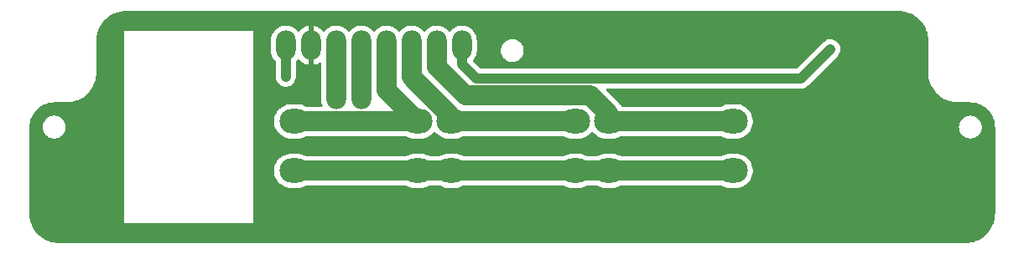
<source format=gbr>
%TF.GenerationSoftware,KiCad,Pcbnew,7.0.9*%
%TF.CreationDate,2023-12-11T16:57:09+09:00*%
%TF.ProjectId,IO_Board,494f5f42-6f61-4726-942e-6b696361645f,rev?*%
%TF.SameCoordinates,Original*%
%TF.FileFunction,Copper,L2,Bot*%
%TF.FilePolarity,Positive*%
%FSLAX46Y46*%
G04 Gerber Fmt 4.6, Leading zero omitted, Abs format (unit mm)*
G04 Created by KiCad (PCBNEW 7.0.9) date 2023-12-11 16:57:09*
%MOMM*%
%LPD*%
G01*
G04 APERTURE LIST*
%TA.AperFunction,SMDPad,CuDef*%
%ADD10O,2.000000X3.000000*%
%TD*%
%TA.AperFunction,ComponentPad*%
%ADD11O,3.000000X2.500000*%
%TD*%
%TA.AperFunction,ViaPad*%
%ADD12C,0.800000*%
%TD*%
%TA.AperFunction,Conductor*%
%ADD13C,2.000000*%
%TD*%
%TA.AperFunction,Conductor*%
%ADD14C,1.000000*%
%TD*%
G04 APERTURE END LIST*
D10*
%TO.P,SW4,*%
%TO.N,+3.3V*%
X134640000Y-83693000D03*
%TO.P,SW4,2*%
%TO.N,SWT_Start*%
X137140000Y-83693000D03*
%TD*%
%TO.P,J1,1,Pin_1*%
%TO.N,+5V*%
X129540000Y-78740000D03*
%TO.P,J1,2,Pin_2*%
%TO.N,GND*%
X132080000Y-78740000D03*
%TO.P,J1,3,Pin_3*%
%TO.N,+3.3V*%
X134620000Y-78740000D03*
%TO.P,J1,4,Pin_4*%
%TO.N,SWT_Start*%
X137160000Y-78740000D03*
%TO.P,J1,5,Pin_5*%
%TO.N,BTN_Left*%
X139700000Y-78740000D03*
%TO.P,J1,6,Pin_6*%
%TO.N,BTN_Run*%
X142240000Y-78740000D03*
%TO.P,J1,7,Pin_7*%
%TO.N,BTN_Right*%
X144780000Y-78740000D03*
%TO.P,J1,8,Pin_8*%
%TO.N,IND_PWM*%
X147320000Y-78740000D03*
%TD*%
D11*
%TO.P,SW3,1,1*%
%TO.N,+3.3V*%
X162179000Y-91440000D03*
X174679000Y-91440000D03*
%TO.P,SW3,2,2*%
%TO.N,BTN_Right*%
X174679000Y-86440000D03*
X162179000Y-86440000D03*
%TD*%
%TO.P,SW2,1,1*%
%TO.N,+3.3V*%
X146277000Y-91440000D03*
X158777000Y-91440000D03*
%TO.P,SW2,2,2*%
%TO.N,BTN_Run*%
X158777000Y-86440000D03*
X146277000Y-86440000D03*
%TD*%
%TO.P,SW1,1,1*%
%TO.N,+3.3V*%
X130375000Y-91440000D03*
X142875000Y-91440000D03*
%TO.P,SW1,2,2*%
%TO.N,BTN_Left*%
X142875000Y-86440000D03*
X130375000Y-86440000D03*
%TD*%
D12*
%TO.N,+3.3V*%
X134620000Y-81407000D03*
%TO.N,+5V*%
X129540000Y-80899000D03*
X129540000Y-81915000D03*
%TO.N,IND_PWM*%
X184531000Y-79121000D03*
%TD*%
D13*
%TO.N,SWT_Start*%
X137140000Y-83693000D02*
X137140000Y-78760000D01*
X137140000Y-78760000D02*
X137160000Y-78740000D01*
%TO.N,+3.3V*%
X134640000Y-83693000D02*
X134640000Y-81427000D01*
X134640000Y-81427000D02*
X134620000Y-81407000D01*
X134620000Y-78740000D02*
X134620000Y-81407000D01*
D14*
%TO.N,+5V*%
X129540000Y-80899000D02*
X129540000Y-78740000D01*
X129540000Y-81915000D02*
X129540000Y-80899000D01*
%TO.N,IND_PWM*%
X147320000Y-78740000D02*
X147320000Y-80645000D01*
X181532000Y-82120000D02*
X184531000Y-79121000D01*
X147320000Y-80645000D02*
X148795000Y-82120000D01*
X148795000Y-82120000D02*
X181532000Y-82120000D01*
D13*
%TO.N,+3.3V*%
X130375000Y-91440000D02*
X174679000Y-91440000D01*
%TO.N,BTN_Right*%
X162179000Y-86440000D02*
X162179000Y-85725000D01*
X162179000Y-85725000D02*
X160274000Y-83820000D01*
X144780000Y-80899000D02*
X144780000Y-78740000D01*
X160274000Y-83820000D02*
X147701000Y-83820000D01*
X147701000Y-83820000D02*
X144780000Y-80899000D01*
%TO.N,BTN_Run*%
X146277000Y-86440000D02*
X146277000Y-85952000D01*
X146277000Y-85952000D02*
X142240000Y-81915000D01*
X142240000Y-81915000D02*
X142240000Y-78740000D01*
%TO.N,BTN_Right*%
X174679000Y-86440000D02*
X162179000Y-86440000D01*
%TO.N,BTN_Run*%
X158777000Y-86440000D02*
X146277000Y-86440000D01*
%TO.N,BTN_Left*%
X142875000Y-86440000D02*
X139700000Y-83265000D01*
X139700000Y-83265000D02*
X139700000Y-78740000D01*
X130375000Y-86440000D02*
X142875000Y-86440000D01*
D14*
X139954000Y-78994000D02*
X139700000Y-78740000D01*
%TO.N,BTN_Right*%
X144780000Y-79240000D02*
X144780000Y-78740000D01*
%TD*%
%TA.AperFunction,Conductor*%
%TO.N,GND*%
G36*
X191401620Y-75255584D02*
G01*
X191533629Y-75262503D01*
X191717028Y-75272803D01*
X191723213Y-75273465D01*
X191875648Y-75297608D01*
X192038195Y-75325226D01*
X192043817Y-75326454D01*
X192196707Y-75367421D01*
X192351725Y-75412081D01*
X192356758Y-75413768D01*
X192506211Y-75471138D01*
X192654002Y-75532355D01*
X192658406Y-75534386D01*
X192801935Y-75607518D01*
X192941467Y-75684634D01*
X192945226Y-75686889D01*
X193080886Y-75774988D01*
X193170323Y-75838446D01*
X193210747Y-75867129D01*
X193213885Y-75869510D01*
X193338798Y-75970661D01*
X193341045Y-75972573D01*
X193458700Y-76077717D01*
X193461220Y-76080099D01*
X193574904Y-76193785D01*
X193577294Y-76196313D01*
X193682406Y-76313934D01*
X193684359Y-76316230D01*
X193785489Y-76441114D01*
X193787872Y-76444255D01*
X193880011Y-76574112D01*
X193968105Y-76709765D01*
X193970372Y-76713544D01*
X194047474Y-76853050D01*
X194120611Y-76996590D01*
X194122650Y-77001012D01*
X194183861Y-77148788D01*
X194241225Y-77298228D01*
X194242920Y-77303284D01*
X194287566Y-77458248D01*
X194328544Y-77611183D01*
X194329781Y-77616848D01*
X194357380Y-77779282D01*
X194381532Y-77931769D01*
X194382198Y-77937996D01*
X194392495Y-78121350D01*
X194399416Y-78253402D01*
X194399501Y-78256648D01*
X194399501Y-81509499D01*
X194399501Y-81509999D01*
X194399501Y-81667249D01*
X194401732Y-81688472D01*
X194432376Y-81980030D01*
X194497761Y-82287646D01*
X194497762Y-82287648D01*
X194589522Y-82570061D01*
X194594948Y-82586758D01*
X194680900Y-82779810D01*
X194722866Y-82874067D01*
X194722869Y-82874073D01*
X194880113Y-83146427D01*
X194880116Y-83146432D01*
X195064968Y-83400860D01*
X195064975Y-83400869D01*
X195164035Y-83510885D01*
X195275415Y-83634585D01*
X195391448Y-83739062D01*
X195509130Y-83845024D01*
X195509139Y-83845031D01*
X195763567Y-84029883D01*
X195763569Y-84029884D01*
X196035933Y-84187134D01*
X196323242Y-84315052D01*
X196622349Y-84412237D01*
X196622352Y-84412237D01*
X196622353Y-84412238D01*
X196664738Y-84421247D01*
X196929975Y-84477625D01*
X197242751Y-84510499D01*
X197399902Y-84510499D01*
X198648123Y-84510499D01*
X198651867Y-84510612D01*
X198668189Y-84511599D01*
X198748917Y-84516482D01*
X198956399Y-84530081D01*
X198963502Y-84530962D01*
X199099227Y-84555835D01*
X199265664Y-84588941D01*
X199271961Y-84590543D01*
X199402376Y-84631182D01*
X199411157Y-84633919D01*
X199430920Y-84640627D01*
X199565039Y-84686154D01*
X199570539Y-84688320D01*
X199706505Y-84749513D01*
X199849853Y-84820205D01*
X199854488Y-84822743D01*
X199926386Y-84866207D01*
X199982387Y-84900061D01*
X199984758Y-84901569D01*
X200115590Y-84988989D01*
X200119382Y-84991735D01*
X200237552Y-85084315D01*
X200240196Y-85086507D01*
X200358075Y-85189884D01*
X200361037Y-85192658D01*
X200467339Y-85298960D01*
X200470113Y-85301922D01*
X200573486Y-85419796D01*
X200575678Y-85422439D01*
X200668263Y-85540615D01*
X200671009Y-85544407D01*
X200758438Y-85675254D01*
X200759946Y-85677625D01*
X200813001Y-85765387D01*
X200833125Y-85798677D01*
X200837250Y-85805499D01*
X200839790Y-85810139D01*
X200839804Y-85810166D01*
X200910502Y-85953530D01*
X200971667Y-86089432D01*
X200973841Y-86094951D01*
X201026092Y-86248877D01*
X201069443Y-86387996D01*
X201071060Y-86394350D01*
X201104179Y-86560854D01*
X201129032Y-86696477D01*
X201129916Y-86703603D01*
X201143530Y-86911301D01*
X201149387Y-87008116D01*
X201149500Y-87011861D01*
X201149500Y-95763375D01*
X201149415Y-95766621D01*
X201142515Y-95898268D01*
X201132196Y-96082020D01*
X201131530Y-96088247D01*
X201107400Y-96240588D01*
X201079778Y-96403163D01*
X201078541Y-96408827D01*
X201037581Y-96561693D01*
X200992915Y-96716727D01*
X200991220Y-96721783D01*
X200933884Y-96871152D01*
X200872638Y-97019010D01*
X200870599Y-97023432D01*
X200797508Y-97166883D01*
X200720351Y-97306488D01*
X200718084Y-97310266D01*
X200630039Y-97445843D01*
X200537851Y-97575769D01*
X200535468Y-97578910D01*
X200434394Y-97703725D01*
X200432441Y-97706021D01*
X200327258Y-97823722D01*
X200324868Y-97826249D01*
X200211256Y-97939863D01*
X200208728Y-97942253D01*
X200091005Y-98047456D01*
X200088709Y-98049410D01*
X199963921Y-98150461D01*
X199960780Y-98152843D01*
X199830844Y-98245038D01*
X199695267Y-98333083D01*
X199691489Y-98335350D01*
X199551884Y-98412507D01*
X199408433Y-98485598D01*
X199404011Y-98487637D01*
X199256140Y-98548888D01*
X199106790Y-98606217D01*
X199101734Y-98607912D01*
X198946645Y-98652594D01*
X198793838Y-98693538D01*
X198788174Y-98694775D01*
X198625543Y-98722408D01*
X198473248Y-98746529D01*
X198467021Y-98747195D01*
X198283116Y-98757523D01*
X198151641Y-98764414D01*
X198148395Y-98764499D01*
X106651624Y-98764499D01*
X106648378Y-98764414D01*
X106516617Y-98757508D01*
X106332985Y-98747195D01*
X106326758Y-98746529D01*
X106174369Y-98722393D01*
X106011835Y-98694777D01*
X106006171Y-98693540D01*
X105853297Y-98652578D01*
X105698274Y-98607915D01*
X105693218Y-98606220D01*
X105543821Y-98548873D01*
X105396002Y-98487644D01*
X105391580Y-98485605D01*
X105248073Y-98412485D01*
X105164486Y-98366288D01*
X105108524Y-98335359D01*
X105104767Y-98333105D01*
X105051875Y-98298757D01*
X104969127Y-98245018D01*
X104839243Y-98152861D01*
X104836102Y-98150479D01*
X104711260Y-98049384D01*
X104708964Y-98047430D01*
X104591277Y-97942259D01*
X104588750Y-97939869D01*
X104475128Y-97826247D01*
X104472738Y-97823720D01*
X104367567Y-97706033D01*
X104365613Y-97703737D01*
X104264510Y-97578885D01*
X104262136Y-97575754D01*
X104169980Y-97445871D01*
X104137406Y-97395714D01*
X104081882Y-97310214D01*
X104079641Y-97306479D01*
X104002517Y-97166933D01*
X103983223Y-97129067D01*
X103929384Y-97023400D01*
X103927355Y-97019000D01*
X103866144Y-96871222D01*
X103808767Y-96721751D01*
X103808478Y-96720889D01*
X113237416Y-96720889D01*
X113237459Y-96745001D01*
X113237500Y-96745099D01*
X113237616Y-96745382D01*
X113237618Y-96745384D01*
X113237808Y-96745462D01*
X113238000Y-96745541D01*
X113238002Y-96745539D01*
X113262616Y-96745524D01*
X113262616Y-96745528D01*
X113262760Y-96745500D01*
X126213240Y-96745500D01*
X126213383Y-96745528D01*
X126213384Y-96745524D01*
X126237997Y-96745539D01*
X126238000Y-96745541D01*
X126238383Y-96745383D01*
X126238500Y-96745099D01*
X126238541Y-96745000D01*
X126238540Y-96744997D01*
X126238583Y-96720889D01*
X126238500Y-96720467D01*
X126238500Y-91571187D01*
X128374500Y-91571187D01*
X128394794Y-91705823D01*
X128413604Y-91830615D01*
X128413605Y-91830617D01*
X128413606Y-91830623D01*
X128490938Y-92081326D01*
X128604767Y-92317696D01*
X128604768Y-92317697D01*
X128604770Y-92317700D01*
X128604772Y-92317704D01*
X128752567Y-92534479D01*
X128931014Y-92726801D01*
X128931018Y-92726804D01*
X128931019Y-92726805D01*
X129136143Y-92890386D01*
X129363357Y-93021568D01*
X129607584Y-93117420D01*
X129863370Y-93175802D01*
X129863376Y-93175802D01*
X129863379Y-93175803D01*
X130059500Y-93190500D01*
X130059506Y-93190500D01*
X130690500Y-93190500D01*
X130886620Y-93175803D01*
X130886622Y-93175802D01*
X130886630Y-93175802D01*
X131142416Y-93117420D01*
X131386643Y-93021568D01*
X131498282Y-92957112D01*
X131560282Y-92940500D01*
X141689718Y-92940500D01*
X141751717Y-92957112D01*
X141863357Y-93021568D01*
X142107584Y-93117420D01*
X142363370Y-93175802D01*
X142363376Y-93175802D01*
X142363379Y-93175803D01*
X142559500Y-93190500D01*
X142559506Y-93190500D01*
X143190500Y-93190500D01*
X143386620Y-93175803D01*
X143386622Y-93175802D01*
X143386630Y-93175802D01*
X143642416Y-93117420D01*
X143886643Y-93021568D01*
X143998282Y-92957112D01*
X144060282Y-92940500D01*
X145091718Y-92940500D01*
X145153717Y-92957112D01*
X145265357Y-93021568D01*
X145509584Y-93117420D01*
X145765370Y-93175802D01*
X145765376Y-93175802D01*
X145765379Y-93175803D01*
X145961500Y-93190500D01*
X145961506Y-93190500D01*
X146592500Y-93190500D01*
X146788620Y-93175803D01*
X146788622Y-93175802D01*
X146788630Y-93175802D01*
X147044416Y-93117420D01*
X147288643Y-93021568D01*
X147400282Y-92957112D01*
X147462282Y-92940500D01*
X157591718Y-92940500D01*
X157653717Y-92957112D01*
X157765357Y-93021568D01*
X158009584Y-93117420D01*
X158265370Y-93175802D01*
X158265376Y-93175802D01*
X158265379Y-93175803D01*
X158461500Y-93190500D01*
X158461506Y-93190500D01*
X159092500Y-93190500D01*
X159288620Y-93175803D01*
X159288622Y-93175802D01*
X159288630Y-93175802D01*
X159544416Y-93117420D01*
X159788643Y-93021568D01*
X159900282Y-92957112D01*
X159962282Y-92940500D01*
X160993718Y-92940500D01*
X161055717Y-92957112D01*
X161167357Y-93021568D01*
X161411584Y-93117420D01*
X161667370Y-93175802D01*
X161667376Y-93175802D01*
X161667379Y-93175803D01*
X161863500Y-93190500D01*
X161863506Y-93190500D01*
X162494500Y-93190500D01*
X162690620Y-93175803D01*
X162690622Y-93175802D01*
X162690630Y-93175802D01*
X162946416Y-93117420D01*
X163190643Y-93021568D01*
X163302282Y-92957112D01*
X163364282Y-92940500D01*
X173493718Y-92940500D01*
X173555717Y-92957112D01*
X173667357Y-93021568D01*
X173911584Y-93117420D01*
X174167370Y-93175802D01*
X174167376Y-93175802D01*
X174167379Y-93175803D01*
X174363500Y-93190500D01*
X174363506Y-93190500D01*
X174994500Y-93190500D01*
X175190620Y-93175803D01*
X175190622Y-93175802D01*
X175190630Y-93175802D01*
X175446416Y-93117420D01*
X175690643Y-93021568D01*
X175917857Y-92890386D01*
X176122981Y-92726805D01*
X176301433Y-92534479D01*
X176449228Y-92317704D01*
X176563063Y-92081323D01*
X176640396Y-91830615D01*
X176679500Y-91571182D01*
X176679500Y-91308818D01*
X176640396Y-91049385D01*
X176563063Y-90798677D01*
X176551121Y-90773880D01*
X176449232Y-90562303D01*
X176449231Y-90562302D01*
X176449230Y-90562301D01*
X176449228Y-90562296D01*
X176301433Y-90345521D01*
X176291441Y-90334753D01*
X176122985Y-90153198D01*
X176083533Y-90121736D01*
X175917857Y-89989614D01*
X175690643Y-89858432D01*
X175446416Y-89762580D01*
X175446411Y-89762578D01*
X175446402Y-89762576D01*
X175228818Y-89712914D01*
X175190630Y-89704198D01*
X175190629Y-89704197D01*
X175190625Y-89704197D01*
X175190620Y-89704196D01*
X174994500Y-89689500D01*
X174994494Y-89689500D01*
X174363506Y-89689500D01*
X174363500Y-89689500D01*
X174167379Y-89704196D01*
X174167374Y-89704197D01*
X173911597Y-89762576D01*
X173911578Y-89762582D01*
X173667356Y-89858432D01*
X173555718Y-89922887D01*
X173493718Y-89939500D01*
X163364282Y-89939500D01*
X163302282Y-89922887D01*
X163190643Y-89858432D01*
X162946421Y-89762582D01*
X162946416Y-89762580D01*
X162946411Y-89762578D01*
X162946402Y-89762576D01*
X162728818Y-89712914D01*
X162690630Y-89704198D01*
X162690629Y-89704197D01*
X162690625Y-89704197D01*
X162690620Y-89704196D01*
X162494500Y-89689500D01*
X162494494Y-89689500D01*
X161863506Y-89689500D01*
X161863500Y-89689500D01*
X161667379Y-89704196D01*
X161667374Y-89704197D01*
X161411597Y-89762576D01*
X161411578Y-89762582D01*
X161167356Y-89858432D01*
X161055718Y-89922887D01*
X160993718Y-89939500D01*
X159962282Y-89939500D01*
X159900282Y-89922887D01*
X159788643Y-89858432D01*
X159544421Y-89762582D01*
X159544416Y-89762580D01*
X159544411Y-89762578D01*
X159544402Y-89762576D01*
X159326818Y-89712914D01*
X159288630Y-89704198D01*
X159288629Y-89704197D01*
X159288625Y-89704197D01*
X159288620Y-89704196D01*
X159092500Y-89689500D01*
X159092494Y-89689500D01*
X158461506Y-89689500D01*
X158461500Y-89689500D01*
X158265379Y-89704196D01*
X158265374Y-89704197D01*
X158009597Y-89762576D01*
X158009578Y-89762582D01*
X157765356Y-89858432D01*
X157653718Y-89922887D01*
X157591718Y-89939500D01*
X147462282Y-89939500D01*
X147400282Y-89922887D01*
X147288643Y-89858432D01*
X147044421Y-89762582D01*
X147044416Y-89762580D01*
X147044411Y-89762578D01*
X147044402Y-89762576D01*
X146826818Y-89712914D01*
X146788630Y-89704198D01*
X146788629Y-89704197D01*
X146788625Y-89704197D01*
X146788620Y-89704196D01*
X146592500Y-89689500D01*
X146592494Y-89689500D01*
X145961506Y-89689500D01*
X145961500Y-89689500D01*
X145765379Y-89704196D01*
X145765374Y-89704197D01*
X145509597Y-89762576D01*
X145509578Y-89762582D01*
X145265356Y-89858432D01*
X145153718Y-89922887D01*
X145091718Y-89939500D01*
X144060282Y-89939500D01*
X143998282Y-89922887D01*
X143886643Y-89858432D01*
X143642421Y-89762582D01*
X143642416Y-89762580D01*
X143642411Y-89762578D01*
X143642402Y-89762576D01*
X143424818Y-89712914D01*
X143386630Y-89704198D01*
X143386629Y-89704197D01*
X143386625Y-89704197D01*
X143386620Y-89704196D01*
X143190500Y-89689500D01*
X143190494Y-89689500D01*
X142559506Y-89689500D01*
X142559500Y-89689500D01*
X142363379Y-89704196D01*
X142363374Y-89704197D01*
X142107597Y-89762576D01*
X142107578Y-89762582D01*
X141863356Y-89858432D01*
X141751718Y-89922887D01*
X141689718Y-89939500D01*
X131560282Y-89939500D01*
X131498282Y-89922887D01*
X131386643Y-89858432D01*
X131142421Y-89762582D01*
X131142416Y-89762580D01*
X131142411Y-89762578D01*
X131142402Y-89762576D01*
X130924818Y-89712914D01*
X130886630Y-89704198D01*
X130886629Y-89704197D01*
X130886625Y-89704197D01*
X130886620Y-89704196D01*
X130690500Y-89689500D01*
X130690494Y-89689500D01*
X130059506Y-89689500D01*
X130059500Y-89689500D01*
X129863379Y-89704196D01*
X129863374Y-89704197D01*
X129607597Y-89762576D01*
X129607578Y-89762582D01*
X129363356Y-89858432D01*
X129136143Y-89989614D01*
X128931014Y-90153198D01*
X128752567Y-90345520D01*
X128604768Y-90562302D01*
X128604767Y-90562303D01*
X128490938Y-90798673D01*
X128413606Y-91049376D01*
X128413605Y-91049381D01*
X128413604Y-91049385D01*
X128398853Y-91147247D01*
X128374500Y-91308812D01*
X128374500Y-91571187D01*
X126238500Y-91571187D01*
X126238500Y-86571187D01*
X128374500Y-86571187D01*
X128393104Y-86694608D01*
X128413604Y-86830615D01*
X128413605Y-86830617D01*
X128413606Y-86830623D01*
X128490938Y-87081326D01*
X128604767Y-87317696D01*
X128604768Y-87317697D01*
X128604770Y-87317700D01*
X128604772Y-87317704D01*
X128729935Y-87501284D01*
X128752567Y-87534479D01*
X128931014Y-87726801D01*
X128931018Y-87726804D01*
X128931019Y-87726805D01*
X129136143Y-87890386D01*
X129363357Y-88021568D01*
X129607584Y-88117420D01*
X129863370Y-88175802D01*
X129863376Y-88175802D01*
X129863379Y-88175803D01*
X130059500Y-88190500D01*
X130059506Y-88190500D01*
X130690500Y-88190500D01*
X130886620Y-88175803D01*
X130886622Y-88175802D01*
X130886630Y-88175802D01*
X131142416Y-88117420D01*
X131386643Y-88021568D01*
X131498282Y-87957112D01*
X131560282Y-87940500D01*
X141689718Y-87940500D01*
X141751717Y-87957112D01*
X141863357Y-88021568D01*
X142107584Y-88117420D01*
X142363370Y-88175802D01*
X142363376Y-88175802D01*
X142363379Y-88175803D01*
X142559500Y-88190500D01*
X142559506Y-88190500D01*
X143190500Y-88190500D01*
X143386620Y-88175803D01*
X143386622Y-88175802D01*
X143386630Y-88175802D01*
X143642416Y-88117420D01*
X143886643Y-88021568D01*
X144113857Y-87890386D01*
X144318981Y-87726805D01*
X144327016Y-87718146D01*
X144422597Y-87615133D01*
X144485102Y-87547768D01*
X144545129Y-87512014D01*
X144614958Y-87514389D01*
X144666897Y-87547767D01*
X144726079Y-87611551D01*
X144833014Y-87726801D01*
X144833018Y-87726804D01*
X144833019Y-87726805D01*
X145038143Y-87890386D01*
X145265357Y-88021568D01*
X145509584Y-88117420D01*
X145765370Y-88175802D01*
X145765376Y-88175802D01*
X145765379Y-88175803D01*
X145961500Y-88190500D01*
X145961506Y-88190500D01*
X146592500Y-88190500D01*
X146788620Y-88175803D01*
X146788622Y-88175802D01*
X146788630Y-88175802D01*
X147044416Y-88117420D01*
X147288643Y-88021568D01*
X147400282Y-87957112D01*
X147462282Y-87940500D01*
X157591718Y-87940500D01*
X157653717Y-87957112D01*
X157765357Y-88021568D01*
X158009584Y-88117420D01*
X158265370Y-88175802D01*
X158265376Y-88175802D01*
X158265379Y-88175803D01*
X158461500Y-88190500D01*
X158461506Y-88190500D01*
X159092500Y-88190500D01*
X159288620Y-88175803D01*
X159288622Y-88175802D01*
X159288630Y-88175802D01*
X159544416Y-88117420D01*
X159788643Y-88021568D01*
X160015857Y-87890386D01*
X160220981Y-87726805D01*
X160229016Y-87718146D01*
X160324597Y-87615133D01*
X160387102Y-87547768D01*
X160447129Y-87512014D01*
X160516958Y-87514389D01*
X160568897Y-87547767D01*
X160628079Y-87611551D01*
X160735014Y-87726801D01*
X160735018Y-87726804D01*
X160735019Y-87726805D01*
X160940143Y-87890386D01*
X161167357Y-88021568D01*
X161411584Y-88117420D01*
X161667370Y-88175802D01*
X161667376Y-88175802D01*
X161667379Y-88175803D01*
X161863500Y-88190500D01*
X161863506Y-88190500D01*
X162494500Y-88190500D01*
X162690620Y-88175803D01*
X162690622Y-88175802D01*
X162690630Y-88175802D01*
X162946416Y-88117420D01*
X163190643Y-88021568D01*
X163302282Y-87957112D01*
X163364282Y-87940500D01*
X173493718Y-87940500D01*
X173555717Y-87957112D01*
X173667357Y-88021568D01*
X173911584Y-88117420D01*
X174167370Y-88175802D01*
X174167376Y-88175802D01*
X174167379Y-88175803D01*
X174363500Y-88190500D01*
X174363506Y-88190500D01*
X174994500Y-88190500D01*
X175190620Y-88175803D01*
X175190622Y-88175802D01*
X175190630Y-88175802D01*
X175446416Y-88117420D01*
X175690643Y-88021568D01*
X175917857Y-87890386D01*
X176122981Y-87726805D01*
X176131016Y-87718146D01*
X176223705Y-87618250D01*
X176301433Y-87534479D01*
X176449228Y-87317704D01*
X176454249Y-87307279D01*
X176495693Y-87221219D01*
X176563063Y-87081323D01*
X176585063Y-87010000D01*
X197494571Y-87010000D01*
X197502188Y-87092204D01*
X197502453Y-87097928D01*
X197502453Y-87116336D01*
X197505835Y-87134432D01*
X197506626Y-87140103D01*
X197514244Y-87222309D01*
X197514244Y-87222311D01*
X197536834Y-87301705D01*
X197538145Y-87307279D01*
X197541529Y-87325377D01*
X197541533Y-87325394D01*
X197548183Y-87342558D01*
X197550003Y-87347989D01*
X197568453Y-87412831D01*
X197572595Y-87427388D01*
X197609392Y-87501287D01*
X197611705Y-87506526D01*
X197618357Y-87523696D01*
X197628047Y-87539347D01*
X197630835Y-87544351D01*
X197667631Y-87618248D01*
X197667635Y-87618256D01*
X197717385Y-87684135D01*
X197720619Y-87688856D01*
X197730314Y-87704513D01*
X197730315Y-87704514D01*
X197730316Y-87704515D01*
X197742721Y-87718124D01*
X197746380Y-87722530D01*
X197796128Y-87788407D01*
X197857135Y-87844022D01*
X197861181Y-87848068D01*
X197866100Y-87853464D01*
X197873591Y-87861682D01*
X197882475Y-87868389D01*
X197888280Y-87872773D01*
X197892688Y-87876433D01*
X197907993Y-87890385D01*
X197953698Y-87932051D01*
X198023898Y-87975517D01*
X198028619Y-87978752D01*
X198043307Y-87989844D01*
X198059780Y-87998046D01*
X198064787Y-88000835D01*
X198126408Y-88038989D01*
X198134981Y-88044297D01*
X198211972Y-88074123D01*
X198217193Y-88076428D01*
X198233682Y-88084639D01*
X198233686Y-88084640D01*
X198251389Y-88089678D01*
X198256821Y-88091497D01*
X198333802Y-88121320D01*
X198414955Y-88136490D01*
X198420521Y-88137799D01*
X198438235Y-88142840D01*
X198456593Y-88144541D01*
X198462218Y-88145325D01*
X198536140Y-88159143D01*
X198543389Y-88160499D01*
X198625938Y-88160499D01*
X198631662Y-88160764D01*
X198649999Y-88162463D01*
X198650000Y-88162463D01*
X198650001Y-88162463D01*
X198668338Y-88160764D01*
X198674062Y-88160499D01*
X198756610Y-88160499D01*
X198837778Y-88145325D01*
X198843409Y-88144540D01*
X198861765Y-88142840D01*
X198879494Y-88137795D01*
X198885044Y-88136490D01*
X198966198Y-88121320D01*
X199043211Y-88091485D01*
X199048581Y-88089685D01*
X199066318Y-88084639D01*
X199082828Y-88076417D01*
X199088000Y-88074133D01*
X199165019Y-88044297D01*
X199235235Y-88000820D01*
X199240199Y-87998056D01*
X199256694Y-87989843D01*
X199271404Y-87978734D01*
X199276096Y-87975520D01*
X199346302Y-87932051D01*
X199407328Y-87876417D01*
X199411682Y-87872801D01*
X199426410Y-87861680D01*
X199438838Y-87848046D01*
X199442835Y-87844048D01*
X199503872Y-87788406D01*
X199553633Y-87722511D01*
X199557257Y-87718146D01*
X199569686Y-87704513D01*
X199579398Y-87688826D01*
X199582589Y-87684168D01*
X199632366Y-87618254D01*
X199669168Y-87544344D01*
X199671952Y-87539347D01*
X199681643Y-87523696D01*
X199688299Y-87506514D01*
X199690598Y-87501305D01*
X199727405Y-87427388D01*
X199750003Y-87347962D01*
X199751802Y-87342593D01*
X199758469Y-87325386D01*
X199761855Y-87307270D01*
X199763160Y-87301721D01*
X199785756Y-87222309D01*
X199793375Y-87140083D01*
X199794160Y-87134449D01*
X199797547Y-87116335D01*
X199798151Y-87090112D01*
X199798396Y-87085892D01*
X199805429Y-87009999D01*
X199798396Y-86934108D01*
X199798151Y-86929881D01*
X199797547Y-86903663D01*
X199794161Y-86885551D01*
X199793375Y-86879914D01*
X199785756Y-86797689D01*
X199763160Y-86718276D01*
X199761854Y-86712720D01*
X199758469Y-86694612D01*
X199758467Y-86694608D01*
X199758468Y-86694608D01*
X199751815Y-86677436D01*
X199749996Y-86672008D01*
X199727405Y-86592610D01*
X199690598Y-86518692D01*
X199688301Y-86513489D01*
X199681643Y-86496302D01*
X199671950Y-86480647D01*
X199669163Y-86475643D01*
X199637388Y-86411830D01*
X199632366Y-86401744D01*
X199626782Y-86394350D01*
X199582617Y-86335866D01*
X199579379Y-86331139D01*
X199569686Y-86315485D01*
X199557284Y-86301881D01*
X199553629Y-86297481D01*
X199503872Y-86231592D01*
X199503869Y-86231589D01*
X199442864Y-86175974D01*
X199438818Y-86171929D01*
X199426410Y-86158318D01*
X199426409Y-86158317D01*
X199426407Y-86158315D01*
X199411713Y-86147219D01*
X199407306Y-86143559D01*
X199346305Y-86087949D01*
X199346297Y-86087944D01*
X199284022Y-86049385D01*
X199276107Y-86044484D01*
X199271385Y-86041248D01*
X199256696Y-86030156D01*
X199256690Y-86030152D01*
X199240211Y-86021946D01*
X199235209Y-86019160D01*
X199202959Y-85999192D01*
X199165019Y-85975701D01*
X199165014Y-85975699D01*
X199165016Y-85975699D01*
X199088032Y-85945876D01*
X199082796Y-85943564D01*
X199066318Y-85935359D01*
X199066314Y-85935357D01*
X199048613Y-85930321D01*
X199043180Y-85928500D01*
X198966200Y-85898678D01*
X198966191Y-85898676D01*
X198885063Y-85883510D01*
X198879490Y-85882200D01*
X198861767Y-85877158D01*
X198843428Y-85875458D01*
X198837755Y-85874667D01*
X198773488Y-85862654D01*
X198756610Y-85859499D01*
X198674052Y-85859499D01*
X198668328Y-85859234D01*
X198650001Y-85857536D01*
X198649999Y-85857536D01*
X198631672Y-85859234D01*
X198625948Y-85859499D01*
X198543389Y-85859499D01*
X198462243Y-85874667D01*
X198456570Y-85875458D01*
X198438234Y-85877158D01*
X198438232Y-85877158D01*
X198420512Y-85882198D01*
X198414942Y-85883508D01*
X198333805Y-85898677D01*
X198333792Y-85898681D01*
X198256820Y-85928499D01*
X198251394Y-85930318D01*
X198233680Y-85935359D01*
X198233678Y-85935360D01*
X198217197Y-85943566D01*
X198211961Y-85945878D01*
X198134978Y-85975702D01*
X198064793Y-86019158D01*
X198059793Y-86021943D01*
X198043307Y-86030153D01*
X198043296Y-86030160D01*
X198028611Y-86041250D01*
X198023889Y-86044484D01*
X197953697Y-86087947D01*
X197953694Y-86087949D01*
X197892699Y-86143553D01*
X197888296Y-86147209D01*
X197873593Y-86158314D01*
X197873589Y-86158318D01*
X197861178Y-86171931D01*
X197857131Y-86175978D01*
X197796131Y-86231589D01*
X197796122Y-86231599D01*
X197746377Y-86297469D01*
X197742722Y-86301872D01*
X197730319Y-86315478D01*
X197730310Y-86315490D01*
X197720616Y-86331145D01*
X197717381Y-86335866D01*
X197667635Y-86401742D01*
X197630831Y-86475650D01*
X197628047Y-86480649D01*
X197618359Y-86496298D01*
X197618354Y-86496307D01*
X197611707Y-86513466D01*
X197609393Y-86518706D01*
X197572597Y-86592604D01*
X197550002Y-86672008D01*
X197548184Y-86677435D01*
X197541533Y-86694606D01*
X197541530Y-86694615D01*
X197538145Y-86712720D01*
X197536834Y-86718295D01*
X197514244Y-86797688D01*
X197506625Y-86879894D01*
X197505834Y-86885562D01*
X197502453Y-86903655D01*
X197502453Y-86922068D01*
X197502188Y-86927791D01*
X197494571Y-87009997D01*
X197494571Y-87010000D01*
X176585063Y-87010000D01*
X176640396Y-86830615D01*
X176679500Y-86571182D01*
X176679500Y-86308818D01*
X176640396Y-86049385D01*
X176563063Y-85798677D01*
X176522300Y-85714031D01*
X176449232Y-85562303D01*
X176449231Y-85562302D01*
X176449230Y-85562301D01*
X176449228Y-85562296D01*
X176301433Y-85345521D01*
X176202269Y-85238647D01*
X176122985Y-85153198D01*
X176039357Y-85086507D01*
X175917857Y-84989614D01*
X175690643Y-84858432D01*
X175446416Y-84762580D01*
X175446411Y-84762578D01*
X175446402Y-84762576D01*
X175206735Y-84707874D01*
X175190630Y-84704198D01*
X175190629Y-84704197D01*
X175190625Y-84704197D01*
X175190620Y-84704196D01*
X174994500Y-84689500D01*
X174994494Y-84689500D01*
X174363506Y-84689500D01*
X174363500Y-84689500D01*
X174167379Y-84704196D01*
X174167374Y-84704197D01*
X173911597Y-84762576D01*
X173911578Y-84762582D01*
X173667356Y-84858432D01*
X173631775Y-84878975D01*
X173561039Y-84919815D01*
X173555718Y-84922887D01*
X173493718Y-84939500D01*
X163528090Y-84939500D01*
X163461051Y-84919815D01*
X163421568Y-84878975D01*
X163414439Y-84867011D01*
X163404366Y-84850106D01*
X163386702Y-84829250D01*
X163382106Y-84823086D01*
X163367166Y-84800218D01*
X163367165Y-84800217D01*
X163367164Y-84800215D01*
X163303966Y-84731564D01*
X163283902Y-84707874D01*
X163280224Y-84704196D01*
X163261950Y-84685921D01*
X163198747Y-84617265D01*
X163198746Y-84617264D01*
X163198744Y-84617262D01*
X163177174Y-84600473D01*
X163171412Y-84595384D01*
X161908209Y-83332181D01*
X161874724Y-83270858D01*
X161879708Y-83201166D01*
X161921580Y-83145233D01*
X161987044Y-83120816D01*
X161995890Y-83120500D01*
X181519284Y-83120500D01*
X181608358Y-83122757D01*
X181608358Y-83122756D01*
X181608363Y-83122757D01*
X181668753Y-83111932D01*
X181673412Y-83111280D01*
X181715607Y-83106988D01*
X181734438Y-83105074D01*
X181767227Y-83094786D01*
X181774840Y-83092918D01*
X181808653Y-83086858D01*
X181865621Y-83064101D01*
X181870053Y-83062524D01*
X181928588Y-83044159D01*
X181958627Y-83027484D01*
X181965708Y-83024122D01*
X181997617Y-83011377D01*
X182048854Y-82977608D01*
X182052851Y-82975187D01*
X182106502Y-82945409D01*
X182132568Y-82923030D01*
X182138843Y-82918300D01*
X182152859Y-82909063D01*
X182167519Y-82899402D01*
X182210917Y-82856002D01*
X182214336Y-82852834D01*
X182260895Y-82812866D01*
X182281931Y-82785688D01*
X182287101Y-82779818D01*
X185274340Y-79792581D01*
X185370697Y-79674408D01*
X185464909Y-79494049D01*
X185520886Y-79298418D01*
X185536337Y-79095524D01*
X185529608Y-79042691D01*
X185510631Y-78893679D01*
X185510630Y-78893677D01*
X185510630Y-78893673D01*
X185444816Y-78701128D01*
X185412802Y-78646745D01*
X185341593Y-78525778D01*
X185341592Y-78525777D01*
X185341590Y-78525773D01*
X185205179Y-78374787D01*
X185148198Y-78332945D01*
X185041171Y-78254353D01*
X185041164Y-78254349D01*
X184856274Y-78169397D01*
X184856261Y-78169392D01*
X184658053Y-78123397D01*
X184454638Y-78118244D01*
X184454635Y-78118244D01*
X184254350Y-78154140D01*
X184254345Y-78154142D01*
X184065383Y-78229623D01*
X184065371Y-78229629D01*
X183895482Y-78341596D01*
X183895478Y-78341599D01*
X181153899Y-81083181D01*
X181092576Y-81116666D01*
X181066218Y-81119500D01*
X149260783Y-81119500D01*
X149193744Y-81099815D01*
X149173102Y-81083181D01*
X148470805Y-80380884D01*
X148437320Y-80319561D01*
X148442304Y-80249869D01*
X148467256Y-80209221D01*
X148508164Y-80164785D01*
X148644173Y-79956607D01*
X148744063Y-79728881D01*
X148805108Y-79487821D01*
X148806808Y-79467312D01*
X148820500Y-79302065D01*
X148820500Y-79255001D01*
X151244571Y-79255001D01*
X151252188Y-79337205D01*
X151252453Y-79342929D01*
X151252453Y-79361337D01*
X151255835Y-79379433D01*
X151256626Y-79385104D01*
X151264244Y-79467310D01*
X151264244Y-79467312D01*
X151286834Y-79546706D01*
X151288145Y-79552280D01*
X151291529Y-79570378D01*
X151291533Y-79570395D01*
X151298183Y-79587559D01*
X151300003Y-79592990D01*
X151318453Y-79657832D01*
X151322595Y-79672389D01*
X151359392Y-79746288D01*
X151361705Y-79751527D01*
X151368357Y-79768697D01*
X151378047Y-79784348D01*
X151380835Y-79789352D01*
X151417631Y-79863249D01*
X151417635Y-79863257D01*
X151467385Y-79929136D01*
X151470619Y-79933857D01*
X151480314Y-79949514D01*
X151480315Y-79949515D01*
X151480316Y-79949516D01*
X151492721Y-79963125D01*
X151496380Y-79967531D01*
X151546128Y-80033408D01*
X151607135Y-80089023D01*
X151611181Y-80093069D01*
X151616100Y-80098465D01*
X151623591Y-80106683D01*
X151632475Y-80113390D01*
X151638280Y-80117774D01*
X151642688Y-80121434D01*
X151661550Y-80138629D01*
X151703698Y-80177052D01*
X151773898Y-80220518D01*
X151778619Y-80223753D01*
X151793307Y-80234845D01*
X151809780Y-80243047D01*
X151814787Y-80245836D01*
X151814789Y-80245837D01*
X151884981Y-80289298D01*
X151961972Y-80319124D01*
X151967193Y-80321429D01*
X151983682Y-80329640D01*
X151983686Y-80329641D01*
X152001389Y-80334679D01*
X152006821Y-80336498D01*
X152083802Y-80366321D01*
X152164955Y-80381491D01*
X152170521Y-80382800D01*
X152188235Y-80387841D01*
X152206593Y-80389542D01*
X152212218Y-80390326D01*
X152286140Y-80404144D01*
X152293389Y-80405500D01*
X152375938Y-80405500D01*
X152381662Y-80405765D01*
X152399999Y-80407464D01*
X152400000Y-80407464D01*
X152400001Y-80407464D01*
X152418338Y-80405765D01*
X152424062Y-80405500D01*
X152506610Y-80405500D01*
X152587778Y-80390326D01*
X152593409Y-80389541D01*
X152611765Y-80387841D01*
X152629494Y-80382796D01*
X152635044Y-80381491D01*
X152716198Y-80366321D01*
X152793211Y-80336486D01*
X152798581Y-80334686D01*
X152816318Y-80329640D01*
X152832828Y-80321418D01*
X152838000Y-80319134D01*
X152915019Y-80289298D01*
X152985235Y-80245821D01*
X152990199Y-80243057D01*
X153006694Y-80234844D01*
X153021404Y-80223735D01*
X153026096Y-80220521D01*
X153096302Y-80177052D01*
X153157328Y-80121418D01*
X153161682Y-80117802D01*
X153176410Y-80106681D01*
X153188838Y-80093047D01*
X153192835Y-80089049D01*
X153253872Y-80033407D01*
X153303633Y-79967512D01*
X153307257Y-79963147D01*
X153319686Y-79949514D01*
X153329398Y-79933827D01*
X153332589Y-79929169D01*
X153382366Y-79863255D01*
X153419168Y-79789345D01*
X153421952Y-79784348D01*
X153431643Y-79768697D01*
X153438299Y-79751515D01*
X153440598Y-79746306D01*
X153477405Y-79672389D01*
X153500003Y-79592963D01*
X153501802Y-79587594D01*
X153508469Y-79570387D01*
X153511855Y-79552271D01*
X153513160Y-79546722D01*
X153535756Y-79467310D01*
X153543375Y-79385084D01*
X153544160Y-79379450D01*
X153547547Y-79361336D01*
X153548151Y-79335113D01*
X153548396Y-79330893D01*
X153555429Y-79255000D01*
X153548396Y-79179109D01*
X153548151Y-79174882D01*
X153547547Y-79148664D01*
X153544161Y-79130552D01*
X153543375Y-79124915D01*
X153535756Y-79042690D01*
X153513160Y-78963277D01*
X153511854Y-78957721D01*
X153508469Y-78939613D01*
X153508467Y-78939609D01*
X153508468Y-78939609D01*
X153501815Y-78922437D01*
X153499996Y-78917009D01*
X153477405Y-78837611D01*
X153440598Y-78763693D01*
X153438301Y-78758490D01*
X153431643Y-78741303D01*
X153421950Y-78725648D01*
X153419163Y-78720644D01*
X153409440Y-78701117D01*
X153382366Y-78646745D01*
X153332617Y-78580867D01*
X153329379Y-78576140D01*
X153319686Y-78560486D01*
X153307284Y-78546882D01*
X153303629Y-78542482D01*
X153253872Y-78476593D01*
X153253869Y-78476590D01*
X153192864Y-78420975D01*
X153188818Y-78416930D01*
X153176410Y-78403319D01*
X153176409Y-78403318D01*
X153176407Y-78403316D01*
X153161713Y-78392220D01*
X153157306Y-78388560D01*
X153096305Y-78332950D01*
X153096297Y-78332945D01*
X153026110Y-78289487D01*
X153021385Y-78286249D01*
X153006696Y-78275157D01*
X153006690Y-78275153D01*
X152990211Y-78266947D01*
X152985209Y-78264161D01*
X152952959Y-78244193D01*
X152915019Y-78220702D01*
X152915014Y-78220700D01*
X152915016Y-78220700D01*
X152838032Y-78190877D01*
X152832796Y-78188565D01*
X152816318Y-78180360D01*
X152816314Y-78180358D01*
X152798613Y-78175322D01*
X152793180Y-78173501D01*
X152716200Y-78143679D01*
X152716191Y-78143677D01*
X152635063Y-78128511D01*
X152629490Y-78127201D01*
X152611767Y-78122159D01*
X152593428Y-78120459D01*
X152587755Y-78119668D01*
X152523488Y-78107655D01*
X152506610Y-78104500D01*
X152424052Y-78104500D01*
X152418328Y-78104235D01*
X152400001Y-78102537D01*
X152399999Y-78102537D01*
X152381672Y-78104235D01*
X152375948Y-78104500D01*
X152293389Y-78104500D01*
X152212243Y-78119668D01*
X152206570Y-78120459D01*
X152188234Y-78122159D01*
X152188232Y-78122159D01*
X152170512Y-78127199D01*
X152164942Y-78128509D01*
X152083805Y-78143678D01*
X152083792Y-78143682D01*
X152006820Y-78173500D01*
X152001394Y-78175319D01*
X151983680Y-78180360D01*
X151983678Y-78180361D01*
X151967197Y-78188567D01*
X151961961Y-78190879D01*
X151884978Y-78220703D01*
X151814793Y-78264159D01*
X151809793Y-78266944D01*
X151793307Y-78275154D01*
X151793296Y-78275161D01*
X151778611Y-78286251D01*
X151773889Y-78289485D01*
X151703697Y-78332948D01*
X151703694Y-78332950D01*
X151642699Y-78388554D01*
X151638296Y-78392210D01*
X151623593Y-78403315D01*
X151623589Y-78403319D01*
X151611178Y-78416932D01*
X151607131Y-78420979D01*
X151546131Y-78476590D01*
X151546122Y-78476600D01*
X151496377Y-78542470D01*
X151492722Y-78546873D01*
X151480319Y-78560479D01*
X151480310Y-78560491D01*
X151470616Y-78576146D01*
X151467381Y-78580867D01*
X151417635Y-78646743D01*
X151380831Y-78720651D01*
X151378047Y-78725650D01*
X151368359Y-78741299D01*
X151368354Y-78741308D01*
X151361707Y-78758467D01*
X151359393Y-78763707D01*
X151322597Y-78837605D01*
X151300002Y-78917009D01*
X151298184Y-78922436D01*
X151291533Y-78939607D01*
X151291530Y-78939616D01*
X151288145Y-78957721D01*
X151286834Y-78963296D01*
X151264244Y-79042689D01*
X151256625Y-79124895D01*
X151255834Y-79130563D01*
X151252453Y-79148656D01*
X151252453Y-79167069D01*
X151252188Y-79172792D01*
X151244571Y-79254998D01*
X151244571Y-79255001D01*
X148820500Y-79255001D01*
X148820500Y-78177935D01*
X148820283Y-78175322D01*
X148805108Y-77992179D01*
X148789807Y-77931758D01*
X148744063Y-77751118D01*
X148644173Y-77523393D01*
X148508166Y-77315217D01*
X148443987Y-77245500D01*
X148339744Y-77132262D01*
X148143509Y-76979526D01*
X148143507Y-76979525D01*
X148143506Y-76979524D01*
X147924811Y-76861172D01*
X147924802Y-76861169D01*
X147689616Y-76780429D01*
X147444335Y-76739500D01*
X147195665Y-76739500D01*
X146950383Y-76780429D01*
X146715197Y-76861169D01*
X146715188Y-76861172D01*
X146496493Y-76979524D01*
X146300257Y-77132261D01*
X146141230Y-77305010D01*
X146081342Y-77341001D01*
X146011504Y-77338900D01*
X145958770Y-77305010D01*
X145903618Y-77245099D01*
X145799744Y-77132262D01*
X145603509Y-76979526D01*
X145603507Y-76979525D01*
X145603506Y-76979524D01*
X145384811Y-76861172D01*
X145384802Y-76861169D01*
X145149616Y-76780429D01*
X144904335Y-76739500D01*
X144655665Y-76739500D01*
X144410383Y-76780429D01*
X144175197Y-76861169D01*
X144175188Y-76861172D01*
X143956493Y-76979524D01*
X143760257Y-77132261D01*
X143601230Y-77305010D01*
X143541342Y-77341001D01*
X143471504Y-77338900D01*
X143418770Y-77305010D01*
X143363618Y-77245099D01*
X143259744Y-77132262D01*
X143063509Y-76979526D01*
X143063507Y-76979525D01*
X143063506Y-76979524D01*
X142844811Y-76861172D01*
X142844802Y-76861169D01*
X142609616Y-76780429D01*
X142364335Y-76739500D01*
X142115665Y-76739500D01*
X141870383Y-76780429D01*
X141635197Y-76861169D01*
X141635188Y-76861172D01*
X141416493Y-76979524D01*
X141220257Y-77132261D01*
X141061230Y-77305010D01*
X141001342Y-77341001D01*
X140931504Y-77338900D01*
X140878770Y-77305010D01*
X140823618Y-77245099D01*
X140719744Y-77132262D01*
X140523509Y-76979526D01*
X140523507Y-76979525D01*
X140523506Y-76979524D01*
X140304811Y-76861172D01*
X140304802Y-76861169D01*
X140069616Y-76780429D01*
X139824335Y-76739500D01*
X139575665Y-76739500D01*
X139330383Y-76780429D01*
X139095197Y-76861169D01*
X139095188Y-76861172D01*
X138876493Y-76979524D01*
X138680257Y-77132261D01*
X138521230Y-77305010D01*
X138461342Y-77341001D01*
X138391504Y-77338900D01*
X138338770Y-77305010D01*
X138283618Y-77245099D01*
X138179744Y-77132262D01*
X137983509Y-76979526D01*
X137983507Y-76979525D01*
X137983506Y-76979524D01*
X137764811Y-76861172D01*
X137764802Y-76861169D01*
X137529616Y-76780429D01*
X137284335Y-76739500D01*
X137035665Y-76739500D01*
X136790383Y-76780429D01*
X136555197Y-76861169D01*
X136555188Y-76861172D01*
X136336493Y-76979524D01*
X136140257Y-77132261D01*
X135981230Y-77305010D01*
X135921342Y-77341001D01*
X135851504Y-77338900D01*
X135798770Y-77305010D01*
X135743618Y-77245099D01*
X135639744Y-77132262D01*
X135443509Y-76979526D01*
X135443507Y-76979525D01*
X135443506Y-76979524D01*
X135224811Y-76861172D01*
X135224802Y-76861169D01*
X134989616Y-76780429D01*
X134744335Y-76739500D01*
X134495665Y-76739500D01*
X134250383Y-76780429D01*
X134015197Y-76861169D01*
X134015188Y-76861172D01*
X133796493Y-76979524D01*
X133600255Y-77132262D01*
X133600252Y-77132265D01*
X133440889Y-77305379D01*
X133381002Y-77341370D01*
X133311164Y-77339269D01*
X133258431Y-77305379D01*
X133099407Y-77132635D01*
X133099397Y-77132626D01*
X132903237Y-76979948D01*
X132903228Y-76979942D01*
X132684614Y-76861635D01*
X132684603Y-76861630D01*
X132449492Y-76780916D01*
X132330000Y-76760976D01*
X132330000Y-80719023D01*
X132449492Y-80699083D01*
X132684603Y-80618369D01*
X132684614Y-80618364D01*
X132903228Y-80500057D01*
X132903233Y-80500053D01*
X132919335Y-80487521D01*
X132984328Y-80461876D01*
X133052869Y-80475441D01*
X133103195Y-80523908D01*
X133119500Y-80585372D01*
X133119500Y-81309981D01*
X133119024Y-81317656D01*
X133115643Y-81344779D01*
X133119500Y-81438035D01*
X133119500Y-81469064D01*
X133122062Y-81499990D01*
X133125918Y-81593233D01*
X133131526Y-81619983D01*
X133132635Y-81627590D01*
X133134890Y-81654813D01*
X133134891Y-81654820D01*
X133134892Y-81654821D01*
X133135705Y-81658034D01*
X133139500Y-81688472D01*
X133139500Y-84255065D01*
X133154890Y-84440813D01*
X133154892Y-84440824D01*
X133215936Y-84681881D01*
X133252699Y-84765690D01*
X133261602Y-84834990D01*
X133231625Y-84898102D01*
X133172286Y-84934989D01*
X133139143Y-84939500D01*
X131560282Y-84939500D01*
X131498282Y-84922887D01*
X131492961Y-84919815D01*
X131386643Y-84858432D01*
X131142416Y-84762580D01*
X131142411Y-84762578D01*
X131142402Y-84762576D01*
X130902735Y-84707874D01*
X130886630Y-84704198D01*
X130886629Y-84704197D01*
X130886625Y-84704197D01*
X130886620Y-84704196D01*
X130690500Y-84689500D01*
X130690494Y-84689500D01*
X130059506Y-84689500D01*
X130059500Y-84689500D01*
X129863379Y-84704196D01*
X129863374Y-84704197D01*
X129607597Y-84762576D01*
X129607578Y-84762582D01*
X129363356Y-84858432D01*
X129136143Y-84989614D01*
X128931014Y-85153198D01*
X128752567Y-85345520D01*
X128604768Y-85562302D01*
X128604767Y-85562303D01*
X128490938Y-85798673D01*
X128413606Y-86049376D01*
X128413605Y-86049381D01*
X128413604Y-86049385D01*
X128407568Y-86089432D01*
X128374500Y-86308812D01*
X128374500Y-86571187D01*
X126238500Y-86571187D01*
X126238500Y-79302065D01*
X128039500Y-79302065D01*
X128054890Y-79487813D01*
X128054892Y-79487824D01*
X128115936Y-79728881D01*
X128215826Y-79956606D01*
X128351833Y-80164782D01*
X128363131Y-80177055D01*
X128506730Y-80333045D01*
X128537652Y-80395698D01*
X128539500Y-80417027D01*
X128539500Y-81965743D01*
X128554925Y-82117439D01*
X128615837Y-82311579D01*
X128615844Y-82311594D01*
X128714589Y-82489499D01*
X128714592Y-82489504D01*
X128847132Y-82643893D01*
X128847134Y-82643895D01*
X129008037Y-82768445D01*
X129008038Y-82768445D01*
X129008042Y-82768448D01*
X129190729Y-82858060D01*
X129387715Y-82909063D01*
X129590936Y-82919369D01*
X129792071Y-82888556D01*
X129982887Y-82817886D01*
X130155571Y-82710252D01*
X130303053Y-82570059D01*
X130419295Y-82403049D01*
X130499540Y-82216058D01*
X130540500Y-82016741D01*
X130540500Y-80848258D01*
X130540500Y-80417027D01*
X130560185Y-80349988D01*
X130573270Y-80333045D01*
X130613542Y-80289298D01*
X130719111Y-80174618D01*
X130778996Y-80138629D01*
X130848834Y-80140729D01*
X130901568Y-80174619D01*
X131060592Y-80347364D01*
X131060602Y-80347373D01*
X131256762Y-80500051D01*
X131256771Y-80500057D01*
X131475385Y-80618364D01*
X131475396Y-80618369D01*
X131710507Y-80699083D01*
X131829999Y-80719023D01*
X131830000Y-80719022D01*
X131830000Y-76760976D01*
X131829999Y-76760976D01*
X131710507Y-76780916D01*
X131475396Y-76861630D01*
X131475385Y-76861635D01*
X131256771Y-76979942D01*
X131256762Y-76979948D01*
X131060602Y-77132626D01*
X131060598Y-77132630D01*
X130901568Y-77305380D01*
X130841681Y-77341370D01*
X130771843Y-77339269D01*
X130719109Y-77305379D01*
X130559744Y-77132262D01*
X130363509Y-76979526D01*
X130363507Y-76979525D01*
X130363506Y-76979524D01*
X130144811Y-76861172D01*
X130144802Y-76861169D01*
X129909616Y-76780429D01*
X129664335Y-76739500D01*
X129415665Y-76739500D01*
X129170383Y-76780429D01*
X128935197Y-76861169D01*
X128935188Y-76861172D01*
X128716493Y-76979524D01*
X128520257Y-77132261D01*
X128351833Y-77315217D01*
X128215826Y-77523393D01*
X128115936Y-77751118D01*
X128054892Y-77992175D01*
X128054890Y-77992186D01*
X128042338Y-78143678D01*
X128040208Y-78169395D01*
X128039500Y-78177935D01*
X128039500Y-79302065D01*
X126238500Y-79302065D01*
X126238500Y-77269759D01*
X126238528Y-77269616D01*
X126238524Y-77269616D01*
X126238539Y-77245002D01*
X126238541Y-77245000D01*
X126238462Y-77244808D01*
X126238384Y-77244618D01*
X126238382Y-77244616D01*
X126238099Y-77244500D01*
X126238000Y-77244459D01*
X126213446Y-77244459D01*
X126213240Y-77244500D01*
X113262760Y-77244500D01*
X113262554Y-77244459D01*
X113238000Y-77244459D01*
X113237901Y-77244500D01*
X113237617Y-77244616D01*
X113237615Y-77244618D01*
X113237459Y-77244999D01*
X113237476Y-77269616D01*
X113237471Y-77269616D01*
X113237500Y-77269759D01*
X113237500Y-96720467D01*
X113237416Y-96720889D01*
X103808478Y-96720889D01*
X103807079Y-96716712D01*
X103786751Y-96646154D01*
X103762437Y-96561761D01*
X103721453Y-96408807D01*
X103720223Y-96403180D01*
X103704051Y-96307999D01*
X103692614Y-96240674D01*
X103680859Y-96166468D01*
X103668465Y-96088215D01*
X103667803Y-96082020D01*
X103657507Y-95898688D01*
X103650585Y-95766601D01*
X103650500Y-95763356D01*
X103650500Y-87011875D01*
X103650557Y-87010000D01*
X104994571Y-87010000D01*
X105002188Y-87092204D01*
X105002453Y-87097928D01*
X105002453Y-87116336D01*
X105005835Y-87134432D01*
X105006626Y-87140103D01*
X105014244Y-87222309D01*
X105014244Y-87222311D01*
X105036834Y-87301705D01*
X105038145Y-87307279D01*
X105041529Y-87325377D01*
X105041533Y-87325394D01*
X105048183Y-87342558D01*
X105050003Y-87347989D01*
X105068453Y-87412831D01*
X105072595Y-87427388D01*
X105109392Y-87501287D01*
X105111705Y-87506526D01*
X105118357Y-87523696D01*
X105128047Y-87539347D01*
X105130835Y-87544351D01*
X105167631Y-87618248D01*
X105167635Y-87618256D01*
X105217385Y-87684135D01*
X105220619Y-87688856D01*
X105230314Y-87704513D01*
X105230315Y-87704514D01*
X105230316Y-87704515D01*
X105242721Y-87718124D01*
X105246380Y-87722530D01*
X105296128Y-87788407D01*
X105357135Y-87844022D01*
X105361181Y-87848068D01*
X105366100Y-87853464D01*
X105373591Y-87861682D01*
X105382475Y-87868389D01*
X105388280Y-87872773D01*
X105392688Y-87876433D01*
X105407993Y-87890385D01*
X105453698Y-87932051D01*
X105523898Y-87975517D01*
X105528619Y-87978752D01*
X105543307Y-87989844D01*
X105559780Y-87998046D01*
X105564787Y-88000835D01*
X105626408Y-88038989D01*
X105634981Y-88044297D01*
X105711972Y-88074123D01*
X105717193Y-88076428D01*
X105733682Y-88084639D01*
X105733686Y-88084640D01*
X105751389Y-88089678D01*
X105756821Y-88091497D01*
X105833802Y-88121320D01*
X105914955Y-88136490D01*
X105920521Y-88137799D01*
X105938235Y-88142840D01*
X105956593Y-88144541D01*
X105962218Y-88145325D01*
X106036140Y-88159143D01*
X106043389Y-88160499D01*
X106125938Y-88160499D01*
X106131662Y-88160764D01*
X106149999Y-88162463D01*
X106150000Y-88162463D01*
X106150001Y-88162463D01*
X106168338Y-88160764D01*
X106174062Y-88160499D01*
X106256610Y-88160499D01*
X106337778Y-88145325D01*
X106343409Y-88144540D01*
X106361765Y-88142840D01*
X106379494Y-88137795D01*
X106385044Y-88136490D01*
X106466198Y-88121320D01*
X106543211Y-88091485D01*
X106548581Y-88089685D01*
X106566318Y-88084639D01*
X106582828Y-88076417D01*
X106588000Y-88074133D01*
X106665019Y-88044297D01*
X106735235Y-88000820D01*
X106740199Y-87998056D01*
X106756694Y-87989843D01*
X106771404Y-87978734D01*
X106776096Y-87975520D01*
X106846302Y-87932051D01*
X106907328Y-87876417D01*
X106911682Y-87872801D01*
X106926410Y-87861680D01*
X106938838Y-87848046D01*
X106942835Y-87844048D01*
X107003872Y-87788406D01*
X107053633Y-87722511D01*
X107057257Y-87718146D01*
X107069686Y-87704513D01*
X107079398Y-87688826D01*
X107082589Y-87684168D01*
X107132366Y-87618254D01*
X107169168Y-87544344D01*
X107171952Y-87539347D01*
X107181643Y-87523696D01*
X107188299Y-87506514D01*
X107190598Y-87501305D01*
X107227405Y-87427388D01*
X107250003Y-87347962D01*
X107251802Y-87342593D01*
X107258469Y-87325386D01*
X107261855Y-87307270D01*
X107263160Y-87301721D01*
X107285756Y-87222309D01*
X107293375Y-87140083D01*
X107294160Y-87134449D01*
X107297547Y-87116335D01*
X107298151Y-87090112D01*
X107298396Y-87085892D01*
X107305429Y-87009999D01*
X107298396Y-86934108D01*
X107298151Y-86929881D01*
X107297547Y-86903663D01*
X107294161Y-86885551D01*
X107293375Y-86879914D01*
X107285756Y-86797689D01*
X107263160Y-86718276D01*
X107261854Y-86712720D01*
X107258469Y-86694612D01*
X107258467Y-86694608D01*
X107258468Y-86694608D01*
X107251815Y-86677436D01*
X107249996Y-86672008D01*
X107227405Y-86592610D01*
X107190598Y-86518692D01*
X107188301Y-86513489D01*
X107181643Y-86496302D01*
X107171950Y-86480647D01*
X107169163Y-86475643D01*
X107137388Y-86411830D01*
X107132366Y-86401744D01*
X107126782Y-86394350D01*
X107082617Y-86335866D01*
X107079379Y-86331139D01*
X107069686Y-86315485D01*
X107057284Y-86301881D01*
X107053629Y-86297481D01*
X107003872Y-86231592D01*
X107003869Y-86231589D01*
X106942864Y-86175974D01*
X106938818Y-86171929D01*
X106926410Y-86158318D01*
X106926409Y-86158317D01*
X106926407Y-86158315D01*
X106911713Y-86147219D01*
X106907306Y-86143559D01*
X106846305Y-86087949D01*
X106846297Y-86087944D01*
X106784022Y-86049385D01*
X106776107Y-86044484D01*
X106771385Y-86041248D01*
X106756696Y-86030156D01*
X106756690Y-86030152D01*
X106740211Y-86021946D01*
X106735209Y-86019160D01*
X106702959Y-85999192D01*
X106665019Y-85975701D01*
X106665014Y-85975699D01*
X106665016Y-85975699D01*
X106588032Y-85945876D01*
X106582796Y-85943564D01*
X106566318Y-85935359D01*
X106566314Y-85935357D01*
X106548613Y-85930321D01*
X106543180Y-85928500D01*
X106466200Y-85898678D01*
X106466191Y-85898676D01*
X106385063Y-85883510D01*
X106379490Y-85882200D01*
X106361767Y-85877158D01*
X106343428Y-85875458D01*
X106337755Y-85874667D01*
X106273488Y-85862654D01*
X106256610Y-85859499D01*
X106174052Y-85859499D01*
X106168328Y-85859234D01*
X106150001Y-85857536D01*
X106149999Y-85857536D01*
X106131672Y-85859234D01*
X106125948Y-85859499D01*
X106043389Y-85859499D01*
X105962243Y-85874667D01*
X105956570Y-85875458D01*
X105938234Y-85877158D01*
X105938232Y-85877158D01*
X105920512Y-85882198D01*
X105914942Y-85883508D01*
X105833805Y-85898677D01*
X105833792Y-85898681D01*
X105756820Y-85928499D01*
X105751394Y-85930318D01*
X105733680Y-85935359D01*
X105733678Y-85935360D01*
X105717197Y-85943566D01*
X105711961Y-85945878D01*
X105634978Y-85975702D01*
X105564793Y-86019158D01*
X105559793Y-86021943D01*
X105543307Y-86030153D01*
X105543296Y-86030160D01*
X105528611Y-86041250D01*
X105523889Y-86044484D01*
X105453697Y-86087947D01*
X105453694Y-86087949D01*
X105392699Y-86143553D01*
X105388296Y-86147209D01*
X105373593Y-86158314D01*
X105373589Y-86158318D01*
X105361178Y-86171931D01*
X105357131Y-86175978D01*
X105296131Y-86231589D01*
X105296122Y-86231599D01*
X105246377Y-86297469D01*
X105242722Y-86301872D01*
X105230319Y-86315478D01*
X105230310Y-86315490D01*
X105220616Y-86331145D01*
X105217381Y-86335866D01*
X105167635Y-86401742D01*
X105130831Y-86475650D01*
X105128047Y-86480649D01*
X105118359Y-86496298D01*
X105118354Y-86496307D01*
X105111707Y-86513466D01*
X105109393Y-86518706D01*
X105072597Y-86592604D01*
X105050002Y-86672008D01*
X105048184Y-86677435D01*
X105041533Y-86694606D01*
X105041530Y-86694615D01*
X105038145Y-86712720D01*
X105036834Y-86718295D01*
X105014244Y-86797688D01*
X105006625Y-86879894D01*
X105005834Y-86885562D01*
X105002453Y-86903655D01*
X105002453Y-86922068D01*
X105002188Y-86927791D01*
X104994571Y-87009997D01*
X104994571Y-87010000D01*
X103650557Y-87010000D01*
X103650613Y-87008131D01*
X103655346Y-86929881D01*
X103656485Y-86911039D01*
X103670083Y-86703582D01*
X103670960Y-86696515D01*
X103695834Y-86560781D01*
X103728941Y-86394338D01*
X103730546Y-86388033D01*
X103773933Y-86248798D01*
X103826168Y-86094924D01*
X103828310Y-86089483D01*
X103889512Y-85953500D01*
X103894413Y-85943561D01*
X103960209Y-85810140D01*
X103962730Y-85805534D01*
X104040096Y-85677556D01*
X104041530Y-85675299D01*
X104128996Y-85544397D01*
X104131704Y-85540657D01*
X104224380Y-85422366D01*
X104226491Y-85419820D01*
X104329903Y-85301902D01*
X104332605Y-85299017D01*
X104439006Y-85192615D01*
X104441907Y-85189898D01*
X104559822Y-85086490D01*
X104562396Y-85084356D01*
X104680658Y-84991703D01*
X104684398Y-84988995D01*
X104815292Y-84901535D01*
X104817547Y-84900101D01*
X104945535Y-84822730D01*
X104950148Y-84820204D01*
X105093470Y-84749525D01*
X105229485Y-84688309D01*
X105234942Y-84686161D01*
X105388781Y-84633939D01*
X105528047Y-84590542D01*
X105534344Y-84588939D01*
X105700694Y-84555850D01*
X105836503Y-84530962D01*
X105843611Y-84530080D01*
X106050726Y-84516504D01*
X106148154Y-84510611D01*
X106151886Y-84510499D01*
X107557244Y-84510499D01*
X107557249Y-84510499D01*
X107870025Y-84477625D01*
X108177651Y-84412237D01*
X108476758Y-84315052D01*
X108764067Y-84187134D01*
X109036431Y-84029884D01*
X109290867Y-83845026D01*
X109524585Y-83634585D01*
X109735026Y-83400867D01*
X109919884Y-83146431D01*
X110077134Y-82874067D01*
X110205052Y-82586758D01*
X110302237Y-82287651D01*
X110367625Y-81980025D01*
X110400499Y-81667249D01*
X110400499Y-81509999D01*
X110400499Y-81509499D01*
X110400499Y-78256621D01*
X110400584Y-78253376D01*
X110407500Y-78121401D01*
X110417802Y-77937969D01*
X110418463Y-77931791D01*
X110442606Y-77779360D01*
X110449248Y-77740266D01*
X110470221Y-77616824D01*
X110471454Y-77611180D01*
X110512433Y-77458248D01*
X110557083Y-77303266D01*
X110558762Y-77298253D01*
X110616132Y-77148801D01*
X110677363Y-77000978D01*
X110679386Y-76996590D01*
X110752524Y-76853050D01*
X110829631Y-76713535D01*
X110831890Y-76709772D01*
X110919981Y-76574122D01*
X110919988Y-76574112D01*
X111012147Y-76444226D01*
X111014480Y-76441148D01*
X111115660Y-76316200D01*
X111117548Y-76313982D01*
X111222756Y-76196255D01*
X111225067Y-76193810D01*
X111338800Y-76080078D01*
X111341260Y-76077751D01*
X111458987Y-75972544D01*
X111461186Y-75970673D01*
X111586153Y-75869476D01*
X111589241Y-75867135D01*
X111719082Y-75775007D01*
X111854795Y-75686874D01*
X111858517Y-75684640D01*
X111998021Y-75607538D01*
X112141594Y-75534384D01*
X112145991Y-75532356D01*
X112293750Y-75471152D01*
X112443254Y-75413762D01*
X112448279Y-75412078D01*
X112603256Y-75367430D01*
X112756184Y-75326453D01*
X112761820Y-75325222D01*
X112924235Y-75297625D01*
X113076806Y-75273460D01*
X113082969Y-75272801D01*
X113266577Y-75262491D01*
X113398359Y-75255584D01*
X113401602Y-75255500D01*
X191398379Y-75255500D01*
X191401620Y-75255584D01*
G37*
%TD.AperFunction*%
%TD*%
M02*

</source>
